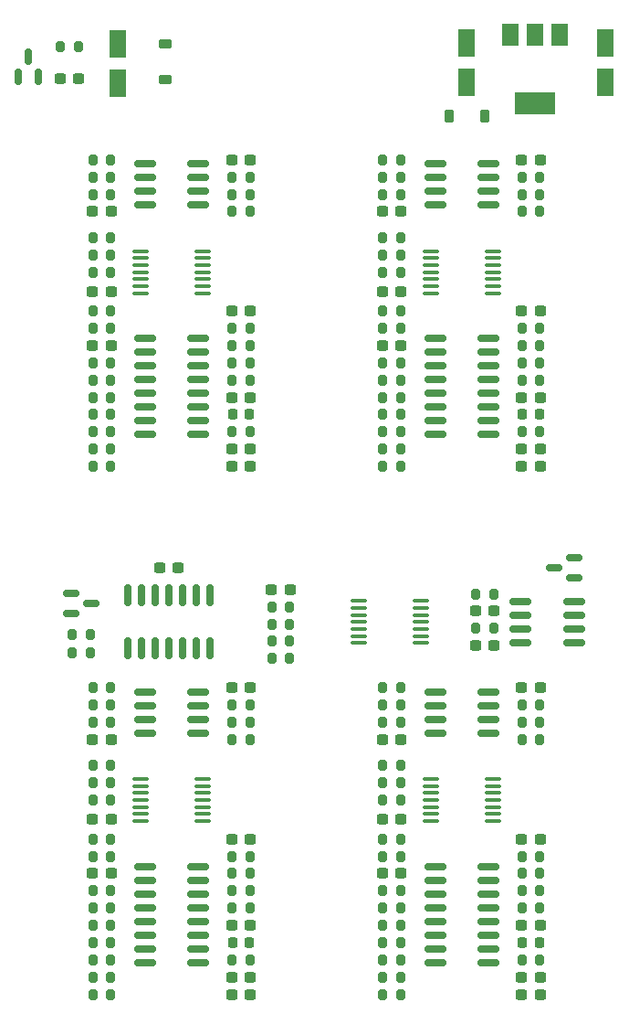
<source format=gbr>
%TF.GenerationSoftware,KiCad,Pcbnew,7.0.7*%
%TF.CreationDate,2023-08-21T15:35:54+01:00*%
%TF.ProjectId,Quadraphone_Components,51756164-7261-4706-986f-6e655f436f6d,rev?*%
%TF.SameCoordinates,Original*%
%TF.FileFunction,Paste,Top*%
%TF.FilePolarity,Positive*%
%FSLAX46Y46*%
G04 Gerber Fmt 4.6, Leading zero omitted, Abs format (unit mm)*
G04 Created by KiCad (PCBNEW 7.0.7) date 2023-08-21 15:35:54*
%MOMM*%
%LPD*%
G01*
G04 APERTURE LIST*
G04 Aperture macros list*
%AMRoundRect*
0 Rectangle with rounded corners*
0 $1 Rounding radius*
0 $2 $3 $4 $5 $6 $7 $8 $9 X,Y pos of 4 corners*
0 Add a 4 corners polygon primitive as box body*
4,1,4,$2,$3,$4,$5,$6,$7,$8,$9,$2,$3,0*
0 Add four circle primitives for the rounded corners*
1,1,$1+$1,$2,$3*
1,1,$1+$1,$4,$5*
1,1,$1+$1,$6,$7*
1,1,$1+$1,$8,$9*
0 Add four rect primitives between the rounded corners*
20,1,$1+$1,$2,$3,$4,$5,0*
20,1,$1+$1,$4,$5,$6,$7,0*
20,1,$1+$1,$6,$7,$8,$9,0*
20,1,$1+$1,$8,$9,$2,$3,0*%
G04 Aperture macros list end*
%ADD10RoundRect,0.237500X0.300000X0.237500X-0.300000X0.237500X-0.300000X-0.237500X0.300000X-0.237500X0*%
%ADD11RoundRect,0.218750X-0.218750X-0.256250X0.218750X-0.256250X0.218750X0.256250X-0.218750X0.256250X0*%
%ADD12RoundRect,0.200000X-0.200000X-0.275000X0.200000X-0.275000X0.200000X0.275000X-0.200000X0.275000X0*%
%ADD13RoundRect,0.237500X-0.300000X-0.237500X0.300000X-0.237500X0.300000X0.237500X-0.300000X0.237500X0*%
%ADD14RoundRect,0.200000X0.200000X0.275000X-0.200000X0.275000X-0.200000X-0.275000X0.200000X-0.275000X0*%
%ADD15RoundRect,0.150000X0.825000X0.150000X-0.825000X0.150000X-0.825000X-0.150000X0.825000X-0.150000X0*%
%ADD16RoundRect,0.150000X0.587500X0.150000X-0.587500X0.150000X-0.587500X-0.150000X0.587500X-0.150000X0*%
%ADD17RoundRect,0.150000X-0.150000X0.825000X-0.150000X-0.825000X0.150000X-0.825000X0.150000X0.825000X0*%
%ADD18RoundRect,0.100000X0.637500X0.100000X-0.637500X0.100000X-0.637500X-0.100000X0.637500X-0.100000X0*%
%ADD19RoundRect,0.250000X0.550000X-1.050000X0.550000X1.050000X-0.550000X1.050000X-0.550000X-1.050000X0*%
%ADD20RoundRect,0.150000X-0.587500X-0.150000X0.587500X-0.150000X0.587500X0.150000X-0.587500X0.150000X0*%
%ADD21RoundRect,0.225000X0.375000X-0.225000X0.375000X0.225000X-0.375000X0.225000X-0.375000X-0.225000X0*%
%ADD22RoundRect,0.225000X0.225000X0.375000X-0.225000X0.375000X-0.225000X-0.375000X0.225000X-0.375000X0*%
%ADD23RoundRect,0.150000X-0.825000X-0.150000X0.825000X-0.150000X0.825000X0.150000X-0.825000X0.150000X0*%
%ADD24RoundRect,0.150000X0.150000X-0.587500X0.150000X0.587500X-0.150000X0.587500X-0.150000X-0.587500X0*%
%ADD25R,1.500000X2.000000*%
%ADD26R,3.800000X2.000000*%
G04 APERTURE END LIST*
D10*
%TO.C,C40*%
X87362500Y-117400000D03*
X85637500Y-117400000D03*
%TD*%
D11*
%TO.C,D3*%
X71712500Y-87300000D03*
X73287500Y-87300000D03*
%TD*%
D12*
%TO.C,R2*%
X75375000Y-106700000D03*
X77025000Y-106700000D03*
%TD*%
D10*
%TO.C,C31*%
X73362500Y-141000000D03*
X71637500Y-141000000D03*
%TD*%
%TO.C,C4*%
X73362500Y-77700000D03*
X71637500Y-77700000D03*
%TD*%
D13*
%TO.C,C16*%
X98537500Y-85700000D03*
X100262500Y-85700000D03*
%TD*%
D14*
%TO.C,R82*%
X60425000Y-131400000D03*
X58775000Y-131400000D03*
%TD*%
D12*
%TO.C,R8*%
X71675000Y-82500000D03*
X73325000Y-82500000D03*
%TD*%
D14*
%TO.C,R95*%
X60425000Y-119800000D03*
X58775000Y-119800000D03*
%TD*%
%TO.C,R43*%
X87325000Y-92100000D03*
X85675000Y-92100000D03*
%TD*%
%TO.C,R4*%
X95925000Y-107100000D03*
X94275000Y-107100000D03*
%TD*%
%TO.C,R13*%
X87325000Y-128200000D03*
X85675000Y-128200000D03*
%TD*%
D15*
%TO.C,U18*%
X95475000Y-116805000D03*
X95475000Y-115535000D03*
X95475000Y-114265000D03*
X95475000Y-112995000D03*
X90525000Y-112995000D03*
X90525000Y-114265000D03*
X90525000Y-115535000D03*
X90525000Y-116805000D03*
%TD*%
D16*
%TO.C,U14*%
X103437500Y-102450000D03*
X103437500Y-100550000D03*
X101562500Y-101500000D03*
%TD*%
D10*
%TO.C,C9*%
X77062500Y-103500000D03*
X75337500Y-103500000D03*
%TD*%
D17*
%TO.C,U5*%
X69610000Y-104025000D03*
X68340000Y-104025000D03*
X67070000Y-104025000D03*
X65800000Y-104025000D03*
X64530000Y-104025000D03*
X63260000Y-104025000D03*
X61990000Y-104025000D03*
X61990000Y-108975000D03*
X63260000Y-108975000D03*
X64530000Y-108975000D03*
X65800000Y-108975000D03*
X67070000Y-108975000D03*
X68340000Y-108975000D03*
X69610000Y-108975000D03*
%TD*%
D15*
%TO.C,U3*%
X103375000Y-108405000D03*
X103375000Y-107135000D03*
X103375000Y-105865000D03*
X103375000Y-104595000D03*
X98425000Y-104595000D03*
X98425000Y-105865000D03*
X98425000Y-107135000D03*
X98425000Y-108405000D03*
%TD*%
D12*
%TO.C,R39*%
X85675000Y-85700000D03*
X87325000Y-85700000D03*
%TD*%
%TO.C,R22*%
X58775000Y-88900000D03*
X60425000Y-88900000D03*
%TD*%
%TO.C,R64*%
X85675000Y-137800000D03*
X87325000Y-137800000D03*
%TD*%
D10*
%TO.C,C33*%
X60462500Y-75900000D03*
X58737500Y-75900000D03*
%TD*%
D14*
%TO.C,R9*%
X73325000Y-88900000D03*
X71675000Y-88900000D03*
%TD*%
D12*
%TO.C,R44*%
X98575000Y-66900000D03*
X100225000Y-66900000D03*
%TD*%
D14*
%TO.C,R11*%
X60425000Y-72500000D03*
X58775000Y-72500000D03*
%TD*%
D11*
%TO.C,D5*%
X98612500Y-136200000D03*
X100187500Y-136200000D03*
%TD*%
D18*
%TO.C,U15*%
X68962500Y-124950000D03*
X68962500Y-124300000D03*
X68962500Y-123650000D03*
X68962500Y-123000000D03*
X68962500Y-122350000D03*
X68962500Y-121700000D03*
X68962500Y-121050000D03*
X63237500Y-121050000D03*
X63237500Y-121700000D03*
X63237500Y-122350000D03*
X63237500Y-123000000D03*
X63237500Y-123650000D03*
X63237500Y-124300000D03*
X63237500Y-124950000D03*
%TD*%
D12*
%TO.C,R21*%
X58775000Y-63700000D03*
X60425000Y-63700000D03*
%TD*%
D19*
%TO.C,C11*%
X93400000Y-56500000D03*
X93400000Y-52900000D03*
%TD*%
D12*
%TO.C,R29*%
X58775000Y-65300000D03*
X60425000Y-65300000D03*
%TD*%
%TO.C,R91*%
X71675000Y-117400000D03*
X73325000Y-117400000D03*
%TD*%
D13*
%TO.C,C22*%
X98537500Y-134600000D03*
X100262500Y-134600000D03*
%TD*%
D14*
%TO.C,R77*%
X60425000Y-121400000D03*
X58775000Y-121400000D03*
%TD*%
D12*
%TO.C,R34*%
X85675000Y-87300000D03*
X87325000Y-87300000D03*
%TD*%
%TO.C,R18*%
X58775000Y-87300000D03*
X60425000Y-87300000D03*
%TD*%
%TO.C,R92*%
X58775000Y-112600000D03*
X60425000Y-112600000D03*
%TD*%
D15*
%TO.C,U13*%
X95475000Y-67905000D03*
X95475000Y-66635000D03*
X95475000Y-65365000D03*
X95475000Y-64095000D03*
X90525000Y-64095000D03*
X90525000Y-65365000D03*
X90525000Y-66635000D03*
X90525000Y-67905000D03*
%TD*%
D10*
%TO.C,C35*%
X87362500Y-75900000D03*
X85637500Y-75900000D03*
%TD*%
D13*
%TO.C,C24*%
X98537500Y-112600000D03*
X100262500Y-112600000D03*
%TD*%
D12*
%TO.C,R7*%
X94275000Y-103900000D03*
X95925000Y-103900000D03*
%TD*%
D14*
%TO.C,R35*%
X87325000Y-77700000D03*
X85675000Y-77700000D03*
%TD*%
D10*
%TO.C,C29*%
X73362500Y-139400000D03*
X71637500Y-139400000D03*
%TD*%
%TO.C,C19*%
X100262500Y-92100000D03*
X98537500Y-92100000D03*
%TD*%
D12*
%TO.C,R73*%
X98575000Y-114200000D03*
X100225000Y-114200000D03*
%TD*%
D15*
%TO.C,U16*%
X68575000Y-116805000D03*
X68575000Y-115535000D03*
X68575000Y-114265000D03*
X68575000Y-112995000D03*
X63625000Y-112995000D03*
X63625000Y-114265000D03*
X63625000Y-115535000D03*
X63625000Y-116805000D03*
%TD*%
D14*
%TO.C,R31*%
X87325000Y-72500000D03*
X85675000Y-72500000D03*
%TD*%
%TO.C,R75*%
X100225000Y-129800000D03*
X98575000Y-129800000D03*
%TD*%
%TO.C,R94*%
X60425000Y-139400000D03*
X58775000Y-139400000D03*
%TD*%
%TO.C,R76*%
X100225000Y-133000000D03*
X98575000Y-133000000D03*
%TD*%
D10*
%TO.C,C6*%
X73362500Y-90500000D03*
X71637500Y-90500000D03*
%TD*%
D14*
%TO.C,R24*%
X73325000Y-80900000D03*
X71675000Y-80900000D03*
%TD*%
D12*
%TO.C,R32*%
X85675000Y-84100000D03*
X87325000Y-84100000D03*
%TD*%
D14*
%TO.C,R63*%
X87325000Y-123000000D03*
X85675000Y-123000000D03*
%TD*%
D13*
%TO.C,C26*%
X58737500Y-129800000D03*
X60462500Y-129800000D03*
%TD*%
D10*
%TO.C,C25*%
X100262500Y-141000000D03*
X98537500Y-141000000D03*
%TD*%
D12*
%TO.C,R74*%
X85675000Y-114200000D03*
X87325000Y-114200000D03*
%TD*%
D18*
%TO.C,U11*%
X95862500Y-124950000D03*
X95862500Y-124300000D03*
X95862500Y-123650000D03*
X95862500Y-123000000D03*
X95862500Y-122350000D03*
X95862500Y-121700000D03*
X95862500Y-121050000D03*
X90137500Y-121050000D03*
X90137500Y-121700000D03*
X90137500Y-122350000D03*
X90137500Y-123000000D03*
X90137500Y-123650000D03*
X90137500Y-124300000D03*
X90137500Y-124950000D03*
%TD*%
D14*
%TO.C,R66*%
X87325000Y-141000000D03*
X85675000Y-141000000D03*
%TD*%
%TO.C,R89*%
X60425000Y-141000000D03*
X58775000Y-141000000D03*
%TD*%
D10*
%TO.C,C27*%
X73362500Y-126600000D03*
X71637500Y-126600000D03*
%TD*%
D12*
%TO.C,R68*%
X98575000Y-117400000D03*
X100225000Y-117400000D03*
%TD*%
%TO.C,R90*%
X71675000Y-115800000D03*
X73325000Y-115800000D03*
%TD*%
%TO.C,R17*%
X58775000Y-85700000D03*
X60425000Y-85700000D03*
%TD*%
D19*
%TO.C,C12*%
X61100000Y-56600000D03*
X61100000Y-53000000D03*
%TD*%
D12*
%TO.C,R87*%
X58775000Y-137800000D03*
X60425000Y-137800000D03*
%TD*%
D10*
%TO.C,C36*%
X87362500Y-68500000D03*
X85637500Y-68500000D03*
%TD*%
%TO.C,C15*%
X100262500Y-77700000D03*
X98537500Y-77700000D03*
%TD*%
D12*
%TO.C,R62*%
X85675000Y-134600000D03*
X87325000Y-134600000D03*
%TD*%
D10*
%TO.C,C21*%
X100262500Y-126600000D03*
X98537500Y-126600000D03*
%TD*%
D14*
%TO.C,R52*%
X100225000Y-80900000D03*
X98575000Y-80900000D03*
%TD*%
%TO.C,R23*%
X60425000Y-92100000D03*
X58775000Y-92100000D03*
%TD*%
D10*
%TO.C,C1*%
X95962500Y-108700000D03*
X94237500Y-108700000D03*
%TD*%
%TO.C,C8*%
X73362500Y-92100000D03*
X71637500Y-92100000D03*
%TD*%
%TO.C,C39*%
X87362500Y-124800000D03*
X85637500Y-124800000D03*
%TD*%
D14*
%TO.C,R47*%
X87325000Y-66900000D03*
X85675000Y-66900000D03*
%TD*%
D20*
%TO.C,Q1*%
X56762500Y-103850000D03*
X56762500Y-105750000D03*
X58637500Y-104800000D03*
%TD*%
D21*
%TO.C,D2*%
X65500000Y-56250000D03*
X65500000Y-52950000D03*
%TD*%
D12*
%TO.C,R38*%
X98575000Y-82500000D03*
X100225000Y-82500000D03*
%TD*%
D18*
%TO.C,U7*%
X95862500Y-76050000D03*
X95862500Y-75400000D03*
X95862500Y-74750000D03*
X95862500Y-74100000D03*
X95862500Y-73450000D03*
X95862500Y-72800000D03*
X95862500Y-72150000D03*
X90137500Y-72150000D03*
X90137500Y-72800000D03*
X90137500Y-73450000D03*
X90137500Y-74100000D03*
X90137500Y-74750000D03*
X90137500Y-75400000D03*
X90137500Y-76050000D03*
%TD*%
D14*
%TO.C,R100*%
X57425000Y-53200000D03*
X55775000Y-53200000D03*
%TD*%
D12*
%TO.C,R19*%
X71675000Y-66900000D03*
X73325000Y-66900000D03*
%TD*%
D13*
%TO.C,C41*%
X71637500Y-63700000D03*
X73362500Y-63700000D03*
%TD*%
D10*
%TO.C,C34*%
X60462500Y-68500000D03*
X58737500Y-68500000D03*
%TD*%
D11*
%TO.C,D4*%
X98612500Y-87300000D03*
X100187500Y-87300000D03*
%TD*%
D12*
%TO.C,R37*%
X58775000Y-84100000D03*
X60425000Y-84100000D03*
%TD*%
D14*
%TO.C,R60*%
X87325000Y-79300000D03*
X85675000Y-79300000D03*
%TD*%
D12*
%TO.C,R67*%
X98575000Y-115800000D03*
X100225000Y-115800000D03*
%TD*%
%TO.C,R45*%
X98575000Y-68500000D03*
X100225000Y-68500000D03*
%TD*%
D13*
%TO.C,C13*%
X58737500Y-80900000D03*
X60462500Y-80900000D03*
%TD*%
%TO.C,C10*%
X55737500Y-56200000D03*
X57462500Y-56200000D03*
%TD*%
D12*
%TO.C,R56*%
X98575000Y-128200000D03*
X100225000Y-128200000D03*
%TD*%
D14*
%TO.C,R25*%
X60425000Y-79300000D03*
X58775000Y-79300000D03*
%TD*%
%TO.C,R83*%
X60425000Y-128200000D03*
X58775000Y-128200000D03*
%TD*%
%TO.C,R88*%
X73325000Y-137800000D03*
X71675000Y-137800000D03*
%TD*%
%TO.C,R12*%
X60425000Y-77700000D03*
X58775000Y-77700000D03*
%TD*%
D12*
%TO.C,R10*%
X71675000Y-79300000D03*
X73325000Y-79300000D03*
%TD*%
D13*
%TO.C,C30*%
X71637500Y-112600000D03*
X73362500Y-112600000D03*
%TD*%
D12*
%TO.C,R69*%
X85675000Y-112600000D03*
X87325000Y-112600000D03*
%TD*%
D14*
%TO.C,R81*%
X60425000Y-126600000D03*
X58775000Y-126600000D03*
%TD*%
D12*
%TO.C,R61*%
X98575000Y-131400000D03*
X100225000Y-131400000D03*
%TD*%
D11*
%TO.C,D6*%
X71712500Y-136200000D03*
X73287500Y-136200000D03*
%TD*%
D12*
%TO.C,R79*%
X71675000Y-128200000D03*
X73325000Y-128200000D03*
%TD*%
%TO.C,R46*%
X85675000Y-63700000D03*
X87325000Y-63700000D03*
%TD*%
D22*
%TO.C,D1*%
X95118750Y-59700000D03*
X91818750Y-59700000D03*
%TD*%
D14*
%TO.C,R36*%
X87325000Y-82500000D03*
X85675000Y-82500000D03*
%TD*%
%TO.C,R98*%
X73325000Y-131400000D03*
X71675000Y-131400000D03*
%TD*%
D23*
%TO.C,U22*%
X63625000Y-129155000D03*
X63625000Y-130425000D03*
X63625000Y-131695000D03*
X63625000Y-132965000D03*
X63625000Y-134235000D03*
X63625000Y-135505000D03*
X63625000Y-136775000D03*
X63625000Y-138045000D03*
X68575000Y-138045000D03*
X68575000Y-136775000D03*
X68575000Y-135505000D03*
X68575000Y-134235000D03*
X68575000Y-132965000D03*
X68575000Y-131695000D03*
X68575000Y-130425000D03*
X68575000Y-129155000D03*
%TD*%
D12*
%TO.C,R33*%
X98575000Y-79300000D03*
X100225000Y-79300000D03*
%TD*%
%TO.C,R41*%
X85675000Y-88900000D03*
X87325000Y-88900000D03*
%TD*%
D14*
%TO.C,R30*%
X73325000Y-84100000D03*
X71675000Y-84100000D03*
%TD*%
D23*
%TO.C,U17*%
X90525000Y-129155000D03*
X90525000Y-130425000D03*
X90525000Y-131695000D03*
X90525000Y-132965000D03*
X90525000Y-134235000D03*
X90525000Y-135505000D03*
X90525000Y-136775000D03*
X90525000Y-138045000D03*
X95475000Y-138045000D03*
X95475000Y-136775000D03*
X95475000Y-135505000D03*
X95475000Y-134235000D03*
X95475000Y-132965000D03*
X95475000Y-131695000D03*
X95475000Y-130425000D03*
X95475000Y-129155000D03*
%TD*%
D14*
%TO.C,R102*%
X58525000Y-107700000D03*
X56875000Y-107700000D03*
%TD*%
D12*
%TO.C,R84*%
X71675000Y-133000000D03*
X73325000Y-133000000D03*
%TD*%
D13*
%TO.C,C7*%
X94237500Y-105500000D03*
X95962500Y-105500000D03*
%TD*%
D14*
%TO.C,R48*%
X87325000Y-90500000D03*
X85675000Y-90500000D03*
%TD*%
D12*
%TO.C,R20*%
X71675000Y-68500000D03*
X73325000Y-68500000D03*
%TD*%
%TO.C,R50*%
X98575000Y-65300000D03*
X100225000Y-65300000D03*
%TD*%
%TO.C,R55*%
X85675000Y-133000000D03*
X87325000Y-133000000D03*
%TD*%
D10*
%TO.C,C17*%
X100262500Y-90500000D03*
X98537500Y-90500000D03*
%TD*%
%TO.C,C32*%
X66662500Y-101500000D03*
X64937500Y-101500000D03*
%TD*%
D24*
%TO.C,U4*%
X51850000Y-56037500D03*
X53750000Y-56037500D03*
X52800000Y-54162500D03*
%TD*%
D13*
%TO.C,C18*%
X98537500Y-63700000D03*
X100262500Y-63700000D03*
%TD*%
D10*
%TO.C,C37*%
X60462500Y-124800000D03*
X58737500Y-124800000D03*
%TD*%
D13*
%TO.C,C14*%
X85637500Y-80900000D03*
X87362500Y-80900000D03*
%TD*%
D12*
%TO.C,R85*%
X58775000Y-134600000D03*
X60425000Y-134600000D03*
%TD*%
D14*
%TO.C,R16*%
X60425000Y-90500000D03*
X58775000Y-90500000D03*
%TD*%
D19*
%TO.C,C3*%
X106300000Y-56500000D03*
X106300000Y-52900000D03*
%TD*%
D12*
%TO.C,R80*%
X58775000Y-136200000D03*
X60425000Y-136200000D03*
%TD*%
D14*
%TO.C,R72*%
X87325000Y-119800000D03*
X85675000Y-119800000D03*
%TD*%
%TO.C,R71*%
X87325000Y-139400000D03*
X85675000Y-139400000D03*
%TD*%
D10*
%TO.C,C23*%
X100262500Y-139400000D03*
X98537500Y-139400000D03*
%TD*%
D12*
%TO.C,R57*%
X85675000Y-136200000D03*
X87325000Y-136200000D03*
%TD*%
D18*
%TO.C,U6*%
X68962500Y-76050000D03*
X68962500Y-75400000D03*
X68962500Y-74750000D03*
X68962500Y-74100000D03*
X68962500Y-73450000D03*
X68962500Y-72800000D03*
X68962500Y-72150000D03*
X63237500Y-72150000D03*
X63237500Y-72800000D03*
X63237500Y-73450000D03*
X63237500Y-74100000D03*
X63237500Y-74750000D03*
X63237500Y-75400000D03*
X63237500Y-76050000D03*
%TD*%
D14*
%TO.C,R86*%
X60425000Y-123000000D03*
X58775000Y-123000000D03*
%TD*%
%TO.C,R99*%
X73325000Y-129800000D03*
X71675000Y-129800000D03*
%TD*%
%TO.C,R58*%
X87325000Y-126600000D03*
X85675000Y-126600000D03*
%TD*%
D18*
%TO.C,U8*%
X89162500Y-108450000D03*
X89162500Y-107800000D03*
X89162500Y-107150000D03*
X89162500Y-106500000D03*
X89162500Y-105850000D03*
X89162500Y-105200000D03*
X89162500Y-104550000D03*
X83437500Y-104550000D03*
X83437500Y-105200000D03*
X83437500Y-105850000D03*
X83437500Y-106500000D03*
X83437500Y-107150000D03*
X83437500Y-107800000D03*
X83437500Y-108450000D03*
%TD*%
D14*
%TO.C,R59*%
X87325000Y-131400000D03*
X85675000Y-131400000D03*
%TD*%
D15*
%TO.C,U10*%
X68575000Y-67905000D03*
X68575000Y-66635000D03*
X68575000Y-65365000D03*
X68575000Y-64095000D03*
X63625000Y-64095000D03*
X63625000Y-65365000D03*
X63625000Y-66635000D03*
X63625000Y-67905000D03*
%TD*%
D12*
%TO.C,R78*%
X58775000Y-133000000D03*
X60425000Y-133000000D03*
%TD*%
D13*
%TO.C,C5*%
X71637500Y-85700000D03*
X73362500Y-85700000D03*
%TD*%
D14*
%TO.C,R70*%
X87325000Y-115800000D03*
X85675000Y-115800000D03*
%TD*%
D13*
%TO.C,C20*%
X85637500Y-129800000D03*
X87362500Y-129800000D03*
%TD*%
D14*
%TO.C,R42*%
X100225000Y-88900000D03*
X98575000Y-88900000D03*
%TD*%
%TO.C,R54*%
X87325000Y-121400000D03*
X85675000Y-121400000D03*
%TD*%
%TO.C,R53*%
X100225000Y-84100000D03*
X98575000Y-84100000D03*
%TD*%
D23*
%TO.C,U9*%
X63625000Y-80255000D03*
X63625000Y-81525000D03*
X63625000Y-82795000D03*
X63625000Y-84065000D03*
X63625000Y-85335000D03*
X63625000Y-86605000D03*
X63625000Y-87875000D03*
X63625000Y-89145000D03*
X68575000Y-89145000D03*
X68575000Y-87875000D03*
X68575000Y-86605000D03*
X68575000Y-85335000D03*
X68575000Y-84065000D03*
X68575000Y-82795000D03*
X68575000Y-81525000D03*
X68575000Y-80255000D03*
%TD*%
D14*
%TO.C,R26*%
X60425000Y-66900000D03*
X58775000Y-66900000D03*
%TD*%
D12*
%TO.C,R51*%
X85675000Y-65300000D03*
X87325000Y-65300000D03*
%TD*%
D14*
%TO.C,R65*%
X100225000Y-137800000D03*
X98575000Y-137800000D03*
%TD*%
D13*
%TO.C,C28*%
X71637500Y-134600000D03*
X73362500Y-134600000D03*
%TD*%
D25*
%TO.C,U1*%
X102100000Y-52150000D03*
X99800000Y-52150000D03*
D26*
X99800000Y-58450000D03*
D25*
X97500000Y-52150000D03*
%TD*%
D12*
%TO.C,R28*%
X71675000Y-65300000D03*
X73325000Y-65300000D03*
%TD*%
D10*
%TO.C,C38*%
X60462500Y-117400000D03*
X58737500Y-117400000D03*
%TD*%
D12*
%TO.C,R1*%
X75375000Y-105100000D03*
X77025000Y-105100000D03*
%TD*%
D14*
%TO.C,R15*%
X60425000Y-74100000D03*
X58775000Y-74100000D03*
%TD*%
%TO.C,R40*%
X87325000Y-74100000D03*
X85675000Y-74100000D03*
%TD*%
%TO.C,R93*%
X60425000Y-115800000D03*
X58775000Y-115800000D03*
%TD*%
%TO.C,R27*%
X60425000Y-70900000D03*
X58775000Y-70900000D03*
%TD*%
D12*
%TO.C,R3*%
X75375000Y-108300000D03*
X77025000Y-108300000D03*
%TD*%
%TO.C,R97*%
X58775000Y-114200000D03*
X60425000Y-114200000D03*
%TD*%
D14*
%TO.C,R49*%
X87325000Y-70900000D03*
X85675000Y-70900000D03*
%TD*%
%TO.C,R14*%
X60425000Y-82500000D03*
X58775000Y-82500000D03*
%TD*%
D23*
%TO.C,U12*%
X90525000Y-80255000D03*
X90525000Y-81525000D03*
X90525000Y-82795000D03*
X90525000Y-84065000D03*
X90525000Y-85335000D03*
X90525000Y-86605000D03*
X90525000Y-87875000D03*
X90525000Y-89145000D03*
X95475000Y-89145000D03*
X95475000Y-87875000D03*
X95475000Y-86605000D03*
X95475000Y-85335000D03*
X95475000Y-84065000D03*
X95475000Y-82795000D03*
X95475000Y-81525000D03*
X95475000Y-80255000D03*
%TD*%
D14*
%TO.C,R101*%
X58525000Y-109400000D03*
X56875000Y-109400000D03*
%TD*%
D12*
%TO.C,R96*%
X71675000Y-114200000D03*
X73325000Y-114200000D03*
%TD*%
%TO.C,R6*%
X75375000Y-109900000D03*
X77025000Y-109900000D03*
%TD*%
M02*

</source>
